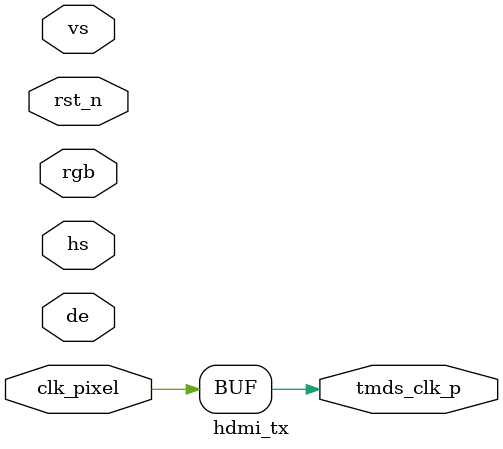
<source format=v>

module hdmi_tx (
    input  wire         clk_pixel,          // 像素时钟 148.5MHz
    input  wire         rst_n,
    
    // 视频输入
    input  wire [23:0]  rgb,                // RGB数据
    input  wire         de,                 // 数据使能
    input  wire         hs,                 // 行同步
    input  wire         vs,                 // 场同步
    
    // HDMI物理输出（连接到MS7210）
    output wire         tmds_clk_p         // 像素时钟输出
);

assign tmds_clk_p = clk_pixel;

endmodule
</source>
